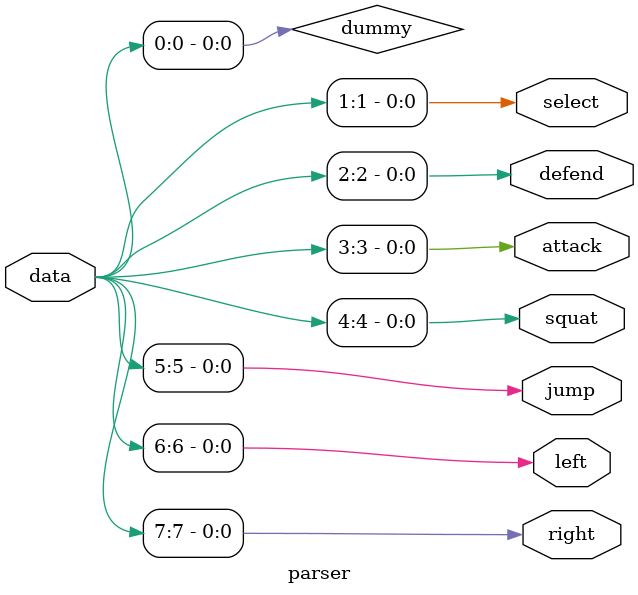
<source format=sv>
module parser (
    data,
    right,
    left,
    jump,
    squat,
    attack,
    defend,
    select
);
    input  logic [7:0] data;
    output logic       right;
    output logic       left;
    output logic       jump;
    output logic       squat;
    output logic       attack;
    output logic       defend;
    output logic       select;

    logic dummy;

    assign {right,
            left,
            jump,
            squat,
            attack,
            defend,
            select,
            dummy} = data;

endmodule

</source>
